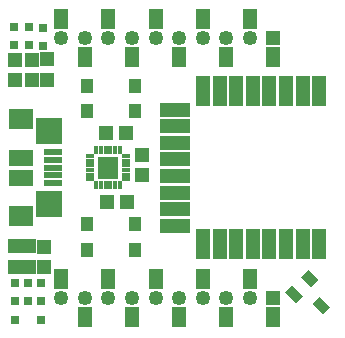
<source format=gts>
G04 DipTrace 2.4.0.2*
%INTopMask.gbr*%
%MOIN*%
%ADD25R,0.0315X0.0315*%
%ADD56R,0.0686X0.0749*%
%ADD58O,0.03X0.0159*%
%ADD60O,0.0159X0.03*%
%ADD70R,0.1045X0.0474*%
%ADD72R,0.0474X0.1045*%
%ADD74R,0.0434X0.0474*%
%ADD78R,0.0493X0.0493*%
%ADD80C,0.0493*%
%ADD82R,0.0474X0.071*%
%ADD84R,0.0828X0.0552*%
%ADD86R,0.0828X0.071*%
%ADD88R,0.0867X0.0907*%
%ADD90R,0.0611X0.0237*%
%ADD94R,0.0474X0.0513*%
%ADD96R,0.0513X0.0474*%
%FSLAX44Y44*%
G04*
G70*
G90*
G75*
G01*
%LNTopMask*%
%LPD*%
D96*
X8075Y10615D3*
X7406D3*
D94*
X8620Y9200D3*
Y9869D3*
D96*
X7450Y8305D3*
X8119D3*
D25*
X5230Y5020D3*
Y5611D3*
X4848Y14127D3*
Y13537D3*
X4347Y14127D3*
Y13537D3*
X4370Y5015D3*
Y5605D3*
X4810Y5015D3*
Y5605D3*
X5300Y14110D3*
Y13519D3*
X4387Y4387D3*
X5254D3*
D90*
X5638Y8938D3*
Y9194D3*
Y9450D3*
Y9706D3*
Y9962D3*
D88*
X5510Y8230D3*
Y10670D3*
D86*
X4585Y7836D3*
Y11064D3*
D84*
Y9115D3*
Y9785D3*
D82*
X5910Y14410D3*
X6700Y13150D3*
X7480Y14410D3*
X8270Y13150D3*
X9060Y14410D3*
X9840Y13150D3*
X10630Y14410D3*
X11420Y13150D3*
X12200Y14410D3*
X12990Y13150D3*
D80*
X6700Y13780D3*
X7480D3*
X5910D3*
X8270D3*
X9060D3*
X9840D3*
X10630D3*
X11420D3*
X12200D3*
D78*
X12990D3*
D82*
X5910Y5750D3*
X6700Y4490D3*
X7480Y5750D3*
X8270Y4490D3*
X9060Y5750D3*
X9840Y4490D3*
X10630Y5750D3*
X11420Y4490D3*
X12200Y5750D3*
X12990Y4490D3*
D80*
X6700Y5120D3*
X7480D3*
X5910D3*
X8270D3*
X9060D3*
X9840D3*
X10630D3*
X11420D3*
X12200D3*
D78*
X12990D3*
D94*
X5330Y6820D3*
Y6151D3*
X4950Y12377D3*
Y13047D3*
X4387Y12377D3*
Y13047D3*
Y6825D3*
Y6156D3*
X4858Y6825D3*
Y6156D3*
X5430Y12390D3*
Y13059D3*
D74*
X8387Y11330D3*
X6773D3*
Y12190D3*
X8387D3*
Y6715D3*
X6773D3*
Y7575D3*
X8387D3*
D72*
X14512Y12009D3*
X13960D3*
X13409D3*
X12858D3*
X12307D3*
X11756D3*
X11205D3*
X10653D3*
D70*
X9711Y11379D3*
Y10828D3*
Y10277D3*
Y9726D3*
Y9174D3*
Y8623D3*
Y8072D3*
Y7521D3*
D72*
X10653Y6891D3*
X11205D3*
X11756D3*
X12307D3*
X12858D3*
X13409D3*
X13960D3*
X14512D3*
G36*
X13907Y5818D2*
X14144Y6056D1*
X14493Y5707D1*
X14256Y5469D1*
X13907Y5818D1*
G37*
G36*
X13378Y5289D2*
X13615Y5527D1*
X13964Y5178D1*
X13727Y4940D1*
X13378Y5289D1*
G37*
G36*
X14283Y4913D2*
X14520Y5151D1*
X14869Y4802D1*
X14631Y4565D1*
X14283Y4913D1*
G37*
D60*
X7086Y8861D3*
X7244D3*
X7401D3*
X7559D3*
X7716D3*
X7874D3*
D58*
X8071Y9058D3*
Y9215D3*
Y9373D3*
Y9530D3*
Y9688D3*
Y9845D3*
D60*
X7874Y10042D3*
X7716D3*
X7559D3*
X7401D3*
X7244D3*
X7086D3*
D58*
X6889Y9845D3*
Y9688D3*
Y9530D3*
Y9373D3*
Y9215D3*
Y9058D3*
D56*
X7480Y9450D3*
M02*

</source>
